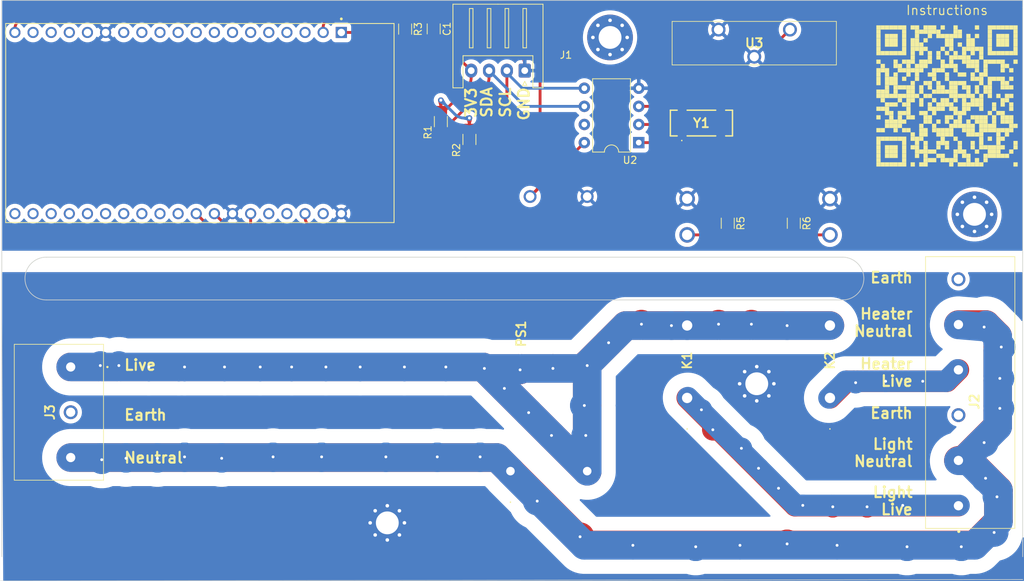
<source format=kicad_pcb>
(kicad_pcb (version 20240108) (generator "pcbnew") (generator_version "8.0")
  (layers (0 "F.Cu" signal) (31 "B.Cu" signal) (34 "B.Paste" user) (35 "F.Paste" user) (36 "B.SilkS" user "B.Silkscreen") (37 "F.SilkS" user "F.Silkscreen") (38 "B.Mask" user) (39 "F.Mask" user) (44 "Edge.Cuts" user))
  (net 0 "")
  (net 1 "LIGHT_AC_P")
  (net 2 "AC_P_IN")
  (net 3 "LIGHT_EN")
  (net 4 "GND")
  (net 5 "HEAT_AC_P")
  (net 6 "HEAT_EN")
  (net 7 "AC_N_IN")
  (net 8 "+5V")
  (net 37 "Net-(J2-Pin_3)")
  (net 38 "SCL")
  (net 39 "LIGHT_LED_P")
  (net 40 "HEAT_LED_P")
  (net 41 "+3.3V")
  (net 42 "SDA")
  (net 43 "Net-(U1-EN)")
  (net 44 "Net-(J2-Pin_6)")
  (net 45 "Net-(J3-Pin_2)")
  (net 46 "Earth")
  (net 47 "Net-(U2-VBAT)")
  (net 48 "Net-(U2-X1)")
  (net 49 "Net-(U2-X2)")
  (footprint "Resistor_SMD:R_1206_3216Metric_Pad1.30x1.75mm_HandSolder" (layer "F.Cu") (at 142.5 83 90)
    (property "Reference" "R1")
    (property "Value" "2.4k")
  )
  (footprint "Resistor_SMD:R_1206_3216Metric_Pad1.30x1.75mm_HandSolder" (layer "F.Cu") (at 146.5 85.5 90)
    (property "Reference" "R2")
    (property "Value" "2.4k")
  )
  (footprint "ESP32-DEVKITC-32D:MODULE_ESP32-DEVKITC-32D" (layer "F.Cu") (at 108.8 83.2 -90)
    (property "Reference" "U1" (hide yes))
    (property "Value" "ESP32-DEVKITC-32D")
  )
  (footprint "Resistor_SMD:R_1206_3216Metric_Pad1.30x1.75mm_HandSolder" (layer "F.Cu") (at 137.5 70.03 -90)
    (property "Reference" "R3")
    (property "Value" "10k")
  )
  (footprint "Resistor_SMD:R_1206_3216Metric_Pad1.30x1.75mm_HandSolder" (layer "F.Cu") (at 191.9385 97.25 -90)
    (property "Reference" "R6")
    (property "Value" "422")
  )
  (footprint "MountingHole:MountingHole_3.2mm_M3_Pad_Via" (layer "F.Cu") (at 186.75 119.75)
    (property "Reference" "MH4" (hide yes))
    (property "Value" "MountingHole_Pad" (hide yes))
  )
  (footprint "MountingHole:MountingHole_3.2mm_M3_Pad_Via" (layer "F.Cu") (at 217.25 96)
    (property "Reference" "MH2" (hide yes))
    (property "Value" "MountingHole_3.2mm_M3_Pad_Via" (hide yes))
  )
  (footprint "MountingHole:MountingHole_3.2mm_M3_Pad_Via" (layer "F.Cu") (at 166.2 71.2)
    (property "Reference" "MH1" (hide yes))
    (property "Value" "MountingHole_3.2mm_M3_Pad_Via" (hide yes))
  )
  (footprint "Phoenix 1713969:1713969" (layer "F.Cu") (at 215 136.85 90)
    (property "Reference" "J2")
    (property "Value" "Screw_Terminal_01x06" (hide yes))
  )
  (footprint "Package_DIP:DIP-8_W7.62mm" (layer "F.Cu") (at 170.22 85.94 180)
    (property "Reference" "U2")
    (property "Value" "DS1307+")
  )
  (footprint "RAC10E-05SK_277:RAC10E05SK277" (layer "F.Cu") (at 152.25 132 90)
    (property "Reference" "PS1")
    (property "Value" "RAC10E-05SK_277" (hide yes))
  )
  (footprint "Resistor_SMD:R_1206_3216Metric_Pad1.30x1.75mm_HandSolder" (layer "F.Cu") (at 182.6885 97.25 -90)
    (property "Reference" "R5")
    (property "Value" "422")
  )
  (footprint "830003000:830003000" (layer "F.Cu") (at 179 83.2)
    (property "Reference" "Y1")
    (property "Value" "830003000" (hide yes))
  )
  (footprint "MountingHole:MountingHole_3.2mm_M3_Pad_Via" (layer "F.Cu") (at 135 139.25)
    (property "Reference" "MH3" (hide yes))
    (property "Value" "MountingHole_Pad" (hide yes))
  )
  (footprint "Connector_JST:JST_XH_S4B-XH-A_1x04_P2.50mm_Horizontal" (layer "F.Cu") (at 154.25 75.85 180)
    (property "Reference" "J1")
    (property "Value" "S4B-XH-A(LF)(SN)")
  )
  (footprint "CPC40055ST:CPC40055ST" (layer "F.Cu") (at 177 121.74 90)
    (property "Reference" "K1")
    (property "Value" "CPC40055ST" (hide yes))
  )
  (footprint "QR:rickroll" (layer "F.Cu") (at 213.4 79.4)
    (property "Reference" "QR*****" (hide yes))
    (property "Value" "Instructions")
  )
  (footprint "Capacitor_SMD:C_1206_3216Metric_Pad1.33x1.80mm_HandSolder" (layer "F.Cu") (at 141.5 70 -90)
    (property "Reference" "C1")
    (property "Value" "1u")
  )
  (footprint "Phoenix 1714968:1714968" (layer "F.Cu") (at 90.65 117.395 -90)
    (property "Reference" "J3")
    (property "Value" "Screw_Terminal_01x03" (hide yes))
  )
  (footprint "Keystone 1074:1074" (layer "F.Cu") (at 181.4 70.1)
    (property "Reference" "U3")
    (property "Value" "1074" (hide yes))
  )
  (footprint "CPC40055ST:CPC40055ST" (layer "F.Cu") (at 197 121.74 90)
    (property "Reference" "K2")
    (property "Value" "CPC40055ST" (hide yes))
  )
  (gr_line (start 81 66) (end 224 66) (stroke (width 0.1)) (layer "Edge.Cuts"))
  (gr_arc (start 198.75 102) (mid 201.75 105) (end 198.75 108) (stroke (width 0.1)) (layer "Edge.Cuts"))
  (gr_line (start 146 108) (end 198.75 108) (stroke (width 0.1)) (layer "Edge.Cuts"))
  (gr_line (start 80.8 147.4) (end 224 147.2) (stroke (width 0.1)) (layer "Edge.Cuts"))
  (gr_line (start 198.75 102) (end 146 102) (stroke (width 0.1)) (layer "Edge.Cuts"))
  (gr_line (start 146 102) (end 87.25 102) (stroke (width 0.1)) (layer "Edge.Cuts"))
  (gr_line (start 87.25 108) (end 146 108) (stroke (width 0.1)) (layer "Edge.Cuts"))
  (gr_line (start 81 66) (end 81 144) (stroke (width 0.1)) (layer "Edge.Cuts"))
  (gr_line (start 224 144) (end 224 67) (stroke (width 0.1)) (layer "Edge.Cuts"))
  (gr_line (start 224 66) (end 224 67) (stroke (width 0.1)) (layer "Edge.Cuts"))
  (gr_arc (start 87.25 108) (mid 84.25 105) (end 87.25 102) (stroke (width 0.1)) (layer "Edge.Cuts"))
  (gr_text "Copyright © 2018-2024 Jacob McSwain" (at 83 142 0) (layer "F.Cu") (effects (font (size 1.5 1.5) (thickness 0.3) (bold yes)) (justify left bottom)))
  (gr_text "SnekSafe v1.2" (at 83 139 0) (layer "F.Cu") (effects (font (size 1.5 1.5) (thickness 0.3) (bold yes)) (justify left bottom)))
  (gr_text "Light\nNeutral" (at 208.75 131.5 0) (layer "F.SilkS") (effects (font (size 1.5 1.5) (thickness 0.3) (bold yes)) (justify right bottom)))
  (gr_text "Heater\nLive" (at 208.75 120.25 0) (layer "F.SilkS") (effects (font (size 1.5 1.5) (thickness 0.3) (bold yes)) (justify right bottom)))
  (gr_text "Heater\nNeutral" (at 208.75 113.25 0) (layer "F.SilkS") (effects (font (size 1.5 1.5) (thickness 0.3) (bold yes)) (justify right bottom)))
  (gr_text "Earth" (at 208.75 105.75 0) (layer "F.SilkS") (effects (font (size 1.5 1.5) (thickness 0.3) (bold yes)) (justify right bottom)))
  (gr_text "3V3" (at 147.6 82.6 90) (layer "F.SilkS") (effects (font (size 1.5 1.5) (thickness 0.3) (bold yes)) (justify left bottom)))
  (gr_text "Live" (at 98 118 0) (layer "F.SilkS") (effects (font (size 1.5 1.5) (thickness 0.3) (bold yes)) (justify left bottom)))
  (gr_text "Neutral" (at 98 131 0) (layer "F.SilkS") (effects (font (size 1.5 1.5) (thickness 0.3) (bold yes)) (justify left bottom)))
  (gr_text "Light\nLive" (at 208.75 138.25 0) (layer "F.SilkS") (effects (font (size 1.5 1.5) (thickness 0.3) (bold yes)) (justify right bottom)))
  (gr_text "Earth" (at 208.75 124.75 0) (layer "F.SilkS") (effects (font (size 1.5 1.5) (thickness 0.3) (bold yes)) (justify right bottom)))
  (gr_text "SCL" (at 152.4 82.6 90) (layer "F.SilkS") (effects (font (size 1.5 1.5) (thickness 0.3) (bold yes)) (justify left bottom)))
  (gr_text "Earth" (at 98 125 0) (layer "F.SilkS") (effects (font (size 1.5 1.5) (thickness 0.3) (bold yes)) (justify left bottom)))
  (gr_text "SDA" (at 149.8 82.6 90) (layer "F.SilkS") (effects (font (size 1.5 1.5) (thickness 0.3) (bold yes)) (justify left bottom)))
  (gr_text "GND" (at 155 83 90) (layer "F.SilkS") (effects (font (size 1.5 1.5) (thickness 0.3) (bold yes)) (justify left bottom)))
  (segment (start 202.05 136.85) (end 202.2 137) (width 3) (layer "F.Cu") (net 1))
  (segment (start 197.4 137) (end 197.55 136.85) (width 3) (layer "F.Cu") (net 1))
  (segment (start 177 121.74) (end 180.6 125.34) (width 3) (layer "F.Cu") (net 1))
  (segment (start 202.2 137) (end 202.35 136.85) (width 3) (layer "F.Cu") (net 1))
  (segment (start 197.55 136.85) (end 202.05 136.85) (width 3) (layer "F.Cu") (net 1))
  (segment (start 180.6 125.34) (end 180.6 126.2) (width 3) (layer "F.Cu") (net 1))
  (segment (start 192.11 136.85) (end 197.25 136.85) (width 3) (layer "F.Cu") (net 1))
  (segment (start 202.35 136.85) (end 215 136.85) (width 3) (layer "F.Cu") (net 1))
  (segment (start 180.6 126.2) (end 181.46 126.2) (width 3) (layer "F.Cu") (net 1))
  (segment (start 197.25 136.85) (end 197.4 137) (width 3) (layer "F.Cu") (net 1))
  (segment (start 181.46 126.2) (end 192.11 136.85) (width 3) (layer "F.Cu") (net 1))
  (via (at 207.2 136.8) (size 0.8) (drill 0.4) (layers "F.Cu" "B.Cu") (net 1))
  (via (at 193.2 136.8) (size 0.8) (drill 0.4) (layers "F.Cu" "B.Cu") (net 1))
  (via (at 202.2 137) (size 0.8) (drill 0.4) (layers "F.Cu" "B.Cu") (net 1))
  (via (at 180.6 126.2) (size 0.8) (drill 0.4) (layers "F.Cu" "B.Cu") (net 1))
  (via (at 189.8 134.4) (size 0.8) (drill 0.4) (layers "F.Cu" "B.Cu") (net 1))
  (via (at 184.6 128.8) (size 0.8) (drill 0.4) (layers "F.Cu" "B.Cu") (net 1))
  (via (at 187 131.6) (size 0.8) (drill 0.4) (layers "F.Cu" "B.Cu") (net 1))
  (via (at 179 123.4) (size 0.8) (drill 0.4) (layers "F.Cu" "B.Cu") (net 1))
  (via (at 197.4 137) (size 0.8) (drill 0.4) (layers "F.Cu" "B.Cu") (net 1))
  (segment (start 184.2 128.8) (end 184.6 128.8) (width 3) (layer "B.Cu") (net 1))
  (segment (start 184.6 129.2) (end 187 131.6) (width 3) (layer "B.Cu") (net 1))
  (segment (start 177.09 121.69) (end 178.8 123.4) (width 3) (layer "B.Cu") (net 1))
  (segment (start 179 123.4) (end 179 123.6) (width 3) (layer "B.Cu") (net 1))
  (segment (start 193.2 136.8) (end 207.2 136.8) (width 3) (layer "B.Cu") (net 1))
  (segment (start 187 131.6) (end 189.8 134.4) (width 3) (layer "B.Cu") (net 1))
  (segment (start 179 123.6) (end 184.2 128.8) (width 3) (layer "B.Cu") (net 1))
  (segment (start 189.8 134.4) (end 192.2 136.8) (width 3) (layer "B.Cu") (net 1))
  (segment (start 207.2 136.8) (end 215.09 136.8) (width 3) (layer "B.Cu") (net 1))
  (segment (start 178.8 123.4) (end 179 123.4) (width 3) (layer "B.Cu") (net 1))
  (segment (start 184.6 128.8) (end 184.6 129.2) (width 3) (layer "B.Cu") (net 1))
  (segment (start 192.2 136.8) (end 193.2 136.8) (width 3) (layer "B.Cu") (net 1))
  (segment (start 158.2 117.6) (end 162.4 117.6) (width 4) (layer "F.Cu") (net 2))
  (segment (start 163 132) (end 148.395 117.395) (width 4) (layer "F.Cu") (net 2))
  (segment (start 153.8 117.6) (end 158.2 117.6) (width 4) (layer "F.Cu") (net 2))
  (segment (start 162.4 117.6) (end 163 117) (width 4) (layer "F.Cu") (net 2))
  (segment (start 148.395 117.395) (end 90.65 117.395) (width 4) (layer "F.Cu") (net 2))
  (segment (start 181.4 111.4) (end 181.58 111.58) (width 4) (layer "F.Cu") (net 2))
  (segment (start 166 114) (end 168.42 111.58) (width 4) (layer "F.Cu") (net 2))
  (segment (start 148.6 117.6) (end 153.4 117.6) (width 4) (layer "F.Cu") (net 2))
  (segment (start 181.22 111.58) (end 181.4 111.4) (width 4) (layer "F.Cu") (net 2))
  (segment (start 153.4 117.6) (end 153.6 117.8) (width 4) (layer "F.Cu") (net 2))
  (segment (start 168.42 111.58) (end 170.42 111.58) (width 4) (layer "F.Cu") (net 2))
  (segment (start 163 117) (end 166 114) (width 4) (layer "F.Cu") (net 2))
  (segment (start 153.6 117.8) (end 153.8 117.6) (width 4) (layer "F.Cu") (net 2))
  (segment (start 170.42 111.58) (end 170.6 111.4) (width 4) (layer "F.Cu") (net 2))
  (segment (start 181.58 111.58) (end 185.82 111.58) (width 4) (layer "F.Cu") (net 2))
  (segment (start 186 111.4) (end 186.18 111.58) (width 4) (layer "F.Cu") (net 2))
  (segment (start 185.82 111.58) (end 186 111.4) (width 4) (layer "F.Cu") (net 2))
  (segment (start 170.6 111.4) (end 170.78 111.58) (width 4) (layer "F.Cu") (net 2))
  (segment (start 170.78 111.58) (end 177 111.58) (width 4) (layer "F.Cu") (net 2))
  (segment (start 186.18 111.58) (end 197 111.58) (width 4) (layer "F.Cu") (net 2))
  (segment (start 177 111.58) (end 181.22 111.58) (width 4) (layer "F.Cu") (net 2))
  (segment (start 163 132) (end 163 117) (width 4) (layer "F.Cu") (net 2))
  (via (at 94.8 117.2) (size 0.8) (drill 0.4) (layers "F.Cu" "B.Cu") (net 2))
  (via (at 148.6 117.6) (size 0.8) (drill 0.4) (layers "F.Cu" "B.Cu") (net 2))
  (via (at 126.4 117.4) (size 0.8) (drill 0.4) (layers "F.Cu" "B.Cu") (net 2))
  (via (at 170.6 111.4) (size 0.8) (drill 0.4) (layers "F.Cu" "B.Cu") (net 2))
  (via (at 131.2 117.4) (size 0.8) (drill 0.4) (layers "F.Cu" "B.Cu") (net 2))
  (via (at 137.4 117.4) (size 0.8) (drill 0.4) (layers "F.Cu" "B.Cu") (net 2))
  (via (at 154.8 123.8) (size 0.8) (drill 0.4) (layers "F.Cu" "B.Cu") (net 2))
  (via (at 106.6 117.4) (size 0.8) (drill 0.4) (layers "F.Cu" "B.Cu") (net 2))
  (via (at 158 127) (size 0.8) (drill 0.4) (layers "F.Cu" "B.Cu") (net 2))
  (via (at 158.2 117.6) (size 0.8) (drill 0.4) (layers "F.Cu" "B.Cu") (net 2))
  (via (at 97.4 117.2) (size 0.8) (drill 0.4) (layers "F.Cu" "B.Cu") (net 2))
  (via (at 153.6 117.8) (size 0.8) (drill 0.4) (layers "F.Cu" "B.Cu") (net 2))
  (via (at 143.2 117.4) (size 0.8) (drill 0.4) (layers "F.Cu" "B.Cu") (net 2))
  (via (at 151.4 120.4) (size 0.8) (drill 0.4) (layers "F.Cu" "B.Cu") (net 2))
  (via (at 121.6 117.4) (size 0.8) (drill 0.4) (layers "F.Cu" "B.Cu") (net 2))
  (via (at 162.8 127) (size 0.8) (drill 0.4) (layers "F.Cu" "B.Cu") (net 2))
  (via (at 186 111.4) (size 0.8) (drill 0.4) (layers "F.Cu" "B.Cu") (net 2))
  (via (at 166 114) (size 0.8) (drill 0.4) (layers "F.Cu" "B.Cu") (net 2))
  (via (at 101.6 117.4) (size 0.8) (drill 0.4) (layers "F.Cu" "B.Cu") (net 2))
  (via (at 117.2 117.4) (size 0.8) (drill 0.4) (layers "F.Cu" "B.Cu") (net 2))
  (via (at 112.2 117.4) (size 0.8) (drill 0.4) (layers "F.Cu" "B.Cu") (net 2))
  (via (at 162.6 122.8) (size 0.8) (drill 0.4) (layers "F.Cu" "B.Cu") (net 2))
  (via (at 163 117.2) (size 0.8) (drill 0.4) (layers "F.Cu" "B.Cu") (net 2))
  (via (at 191 111.6) (size 0.8) (drill 0.4) (layers "F.Cu" "B.Cu") (net 2))
  (via (at 174.8 111.6) (size 0.8) (drill 0.4) (layers "F.Cu" "B.Cu") (net 2))
  (via (at 181.4 111.4) (size 0.8) (drill 0.4) (layers "F.Cu" "B.Cu") (net 2))
  (segment (start 158 127) (end 154.8 123.8) (width 4) (layer "B.Cu") (net 2))
  (segment (start 163 132.02) (end 163 127.2) (width 4) (layer "B.Cu") (net 2))
  (segment (start 112.2 117.4) (end 112.195 117.395) (width 4) (layer "B.Cu") (net 2))
  (segment (start 101.605 117.395) (end 101.6 117.4) (width 4) (layer "B.Cu") (net 2))
  (segment (start 106.595 117.395) (end 105.805 117.395) (width 4) (layer "B.Cu") (net 2))
  (segment (start 126.395 117.395) (end 121.605 117.395) (width 4) (layer "B.Cu") (net 2))
  (segment (start 168.42 111.6) (end 174.8 111.6) (width 4) (layer "B.Cu") (net 2))
  (segment (start 154.8 123.8) (end 151.4 120.4) (width 4) (layer "B.Cu") (net 2))
  (segment (start 131.205 117.395) (end 131.2 117.4) (width 4) (layer "B.Cu") (net 2))
  (segment (start 137.405 117.395) (end 137.4 117.4) (width 4) (layer "B.Cu") (net 2))
  (segment (start 163 127.2) (end 162.8 127) (width 4) (layer "B.Cu") (net 2))
  (segment (start 97.205 117.395) (end 94.995 117.395) (width 4) (layer "B.Cu") (net 2))
  (segment (start 121.595 117.395) (end 117.205 117.395) (width 4) (layer "B.Cu") (net 2))
  (segment (start 112.205 117.395) (end 112.2 117.4) (width 4) (layer "B.Cu") (net 2))
  (segment (start 94.995 117.395) (end 94.8 117.2) (width 4) (layer "B.Cu") (net 2))
  (segment (start 148.6 117.6) (end 148.395 117.395) (width 4) (layer "B.Cu") (net 2))
  (segment (start 143.205 117.395) (end 143.2 117.4) (width 4) (layer "B.Cu") (net 2))
  (segment (start 131.195 117.395) (end 126.405 117.395) (width 4) (layer "B.Cu") (net 2))
  (segment (start 131.2 117.4) (end 131.195 117.395) (width 4) (layer "B.Cu") (net 2))
  (segment (start 126.4 117.4) (end 126.395 117.395) (width 4) (layer "B.Cu") (net 2))
  (segment (start 121.6 117.4) (end 121.595 117.395) (width 4) (layer "B.Cu") (net 2))
  (segment (start 105.8 117.4) (end 105.795 117.395) (width 4) (layer "B.Cu") (net 2))
  (segment (start 106.605 117.395) (end 106.6 117.4) (width 4) (layer "B.Cu") (net 2))
  (segment (start 105.795 117.395) (end 101.605 117.395) (width 4) (layer "B.Cu") (net 2))
  (segment (start 94.605 117.395) (end 90.65 117.395) (width 4) (layer "B.Cu") (net 2))
  (segment (start 162.8 127) (end 163 126.8) (width 4) (layer "B.Cu") (net 2))
  (segment (start 191 111.6) (end 197 111.6) (width 4) (layer "B.Cu") (net 2))
  (segment (start 163 132) (end 158 127) (width 4) (layer "B.Cu") (net 2))
  (segment (start 153.8 117.6) (end 158.2 117.6) (width 4) (layer "B.Cu") (net 2))
  (segment (start 151.4 120.4) (end 148.6 117.6) (width 4) (layer "B.Cu") (net 2))
  (segment (start 137.395 117.395) (end 131.205 117.395) (width 4) (layer "B.Cu") (net 2))
  (segment (start 117.2 117.4) (end 117.195 117.395) (width 4) (layer "B.Cu") (net 2))
  (segment (start 148.6 117.6) (end 153.4 117.6) (width 4) (layer "B.Cu") (net 2))
  (segment (start 162.6 122.8) (end 163 122.4) (width 4) (layer "B.Cu") (net 2))
  (segment (start 177 111.6) (end 191 111.6) (width 4) (layer "B.Cu") (net 2))
  (segment (start 163 123.2) (end 162.6 122.8) (width 4) (layer "B.Cu") (net 2))
  (segment (start 121.605 117.395) (end 121.6 117.4) (width 4) (layer "B.Cu") (net 2))
  (segment (start 126.405 117.395) (end 126.4 117.4) (width 4) (layer "B.Cu") (net 2))
  (segment (start 137.4 117.4) (end 137.395 117.395) (width 4) (layer "B.Cu") (net 2))
  (segment (start 148.395 117.395) (end 143.205 117.395) (width 4) (layer "B.Cu") (net 2))
  (segment (start 117.195 117.395) (end 112.205 117.395) (width 4) (layer "B.Cu") (net 2))
  (segment (start 97.4 117.2) (end 97.205 117.395) (width 4) (layer "B.Cu") (net 2))
  (segment (start 101.595 117.395) (end 97.595 117.395) (width 4) (layer "B.Cu") (net 2))
  (segment (start 143.2 117.4) (end 143.195 117.395) (width 4) (layer "B.Cu") (net 2))
  (segment (start 163 117.2) (end 163 117.02) (width 4) (layer "B.Cu") (net 2))
  (segment (start 163 122.4) (end 163 117.2) (width 4) (layer "B.Cu") (net 2))
  (segment (start 94.8 117.2) (end 94.605 117.395) (width 4) (layer "B.Cu") (net 2))
  (segment (start 106.6 117.4) (end 106.595 117.395) (width 4) (layer "B.Cu") (net 2))
  (segment (start 112.195 117.395) (end 106.605 117.395) (width 4) (layer "B.Cu") (net 2))
  (segment (start 153.6 117.8) (end 153.8 117.6) (width 4) (layer "B.Cu") (net 2))
  (segment (start 143.195 117.395) (end 137.405 117.395) (width 4) (layer "B.Cu") (net 2))
  (segment (start 97.595 117.395) (end 97.4 117.2) (width 4) (layer "B.Cu") (net 2))
  (segment (start 163 126.8) (end 163 123.2) (width 4) (layer "B.Cu") (net 2))
  (segment (start 163 117.02) (end 168.42 111.6) (width 4) (layer "B.Cu") (net 2))
  (segment (start 101.6 117.4) (end 101.595 117.395) (width 4) (layer "B.Cu") (net 2))
  (segment (start 158.2 117.6) (end 162.4 117.6) (width 4) (layer "B.Cu") (net 2))
  (segment (start 174.8 111.6) (end 177 111.6) (width 4) (layer "B.Cu") (net 2))
  (segment (start 117.205 117.395) (end 117.2 117.4) (width 4) (layer "B.Cu") (net 2))
  (segment (start 105.805 117.395) (end 105.8 117.4) (width 4) (layer "B.Cu") (net 2))
  (segment (start 113.053707 98.173707) (end 110.78 95.9) (width 0.4) (layer "F.Cu") (net 3))
  (segment (start 182.5385 95.85) (end 182.6885 95.7) (width 0.4) (layer "F.Cu") (net 3))
  (segment (start 174.253963 96) (end 182.176367 96) (width 0.4) (layer "F.Cu") (net 3))
  (segment (start 170.406206 97.593792) (end 169.826292 98.173707) (width 0.4) (layer "F.Cu") (net 3))
  (segment (start 116.901463 99.7675) (end 165.978536 99.7675) (width 0.4) (layer "F.Cu") (net 3))
  (arc (start 169.826292 98.173707) (mid 168.060926 99.353286) (end 165.978536 99.7675) (width 0.4) (layer "F.Cu") (net 3))
  (arc (start 182.5385 95.85) (mid 182.372352 95.961016) (end 182.176367 96) (width 0.4) (layer "F.Cu") (net 3))
  (arc (start 113.053707 98.173707) (mid 114.819072 99.353286) (end 116.901463 99.7675) (width 0.4) (layer "F.Cu") (net 3))
  (arc (start 174.253963 96) (mid 172.171572 96.414213) (end 170.406206 97.593792) (width 0.4) (layer "F.Cu") (net 3))
  (segment (start 149.66215 71.5625) (end 141.5 71.5625) (width 0.4) (layer "F.Cu") (net 4))
  (segment (start 154.25 75.05) (end 154.25 75.85) (width 0.4) (layer "F.Cu") (net 4))
  (segment (start 153.684314 73.684314) (end 152.90625 72.90625) (width 0.4) (layer "F.Cu") (net 4))
  (arc (start 153.684314 73.684314) (mid 154.102982 74.310896) (end 154.25 75.05) (width 0.4) (layer "F.Cu") (net 4))
  (arc (start 152.90625 72.90625) (mid 151.417844 71.911729) (end 149.66215 71.5625) (width 0.4) (layer "F.Cu") (net 4))
  (segment (start 199.34 119.4) (end 197 121.74) (width 3) (layer "F.Cu") (net 5))
  (segment (start 213.4 119.4) (end 199.34 119.4) (width 3) (layer "F.Cu") (net 5))
  (segment (start 215 117.8) (end 213.4 119.4) (width 3) (layer "F.Cu") (net 5))
  (via (at 204.8 119.4) (size 0.8) (drill 0.4) (layers "F.Cu" "B.Cu") (net 5))
  (via (at 210 119.4) (size 0.8) (drill 0.4) (layers "F.Cu" "B.Cu") (net 5))
  (via (at 200.6 119.6) (size 0.8) (drill 0.4) (layers "F.Cu" "B.Cu") (net 5))
  (segment (start 199.2 119.4) (end 196.86 121.74) (width 3) (layer "B.Cu") (net 5))
  (segment (start 200.6 119.6) (end 200.4 119.4) (width 3) (layer "B.Cu") (net 5))
  (segment (start 204.8 119.4) (end 200.8 119.4) (width 3) (layer "B.Cu") (net 5))
  (segment (start 210 119.4) (end 204.8 119.4) (width 3) (layer "B.Cu") (net 5))
  (segment (start 200.8 119.4) (end 200.6 119.6) (width 3) (layer "B.Cu") (net 5))
  (segment (start 200.4 119.4) (end 199.2 119.4) (width 3) (layer "B.Cu") (net 5))
  (segment (start 214.86 117.8) (end 213.26 119.4) (width 3) (layer "B.Cu") (net 5))
  (segment (start 213.26 119.4) (end 210 119.4) (width 3) (layer "B.Cu") (net 5))
  (segment (start 111.513707 99.173707) (end 108.24 95.9) (width 0.4) (layer "F.Cu") (net 6))
  (segment (start 188.464792 99.173707) (end 191.9385 95.7) (width 0.4) (layer "F.Cu") (net 6))
  (segment (start 115.361463 100.7675) (end 184.617036 100.7675) (width 0.4) (layer "F.Cu") (net 6))
  (arc (start 188.464792 99.173707) (mid 186.699426 100.353286) (end 184.617036 100.7675) (width 0.4) (layer "F.Cu") (net 6))
  (arc (start 111.513707 99.173707) (mid 113.279072 100.353286) (end 115.361463 100.7675) (width 0.4) (layer "F.Cu") (net 6))
  (segment (start 215.685713 130.5) (end 215 130.5) (width 4) (layer "F.Cu") (net 7))
  (segment (start 162 141.2) (end 162 141.75) (width 4) (layer "F.Cu") (net 7))
  (segment (start 220.6 134.671825) (end 220.6 139.028174) (width 4) (layer "F.Cu") (net 7))
  (segment (start 215 130.5) (end 216.428175 130.5) (width 4) (layer "F.Cu") (net 7))
  (segment (start 161.45 141.2) (end 162 141.2) (width 4) (layer "F.Cu") (net 7))
  (segment (start 162.6 142.35) (end 190.85 142.35) (width 4) (layer "F.Cu") (net 7))
  (segment (start 220.5 113.1) (end 220.5 125.685713) (width 4) (layer "F.Cu") (net 7))
  (segment (start 162 141.75) (end 162.6 142.35) (width 4) (layer "F.Cu") (net 7))
  (segment (start 216.428175 130.5) (end 220.6 134.671825) (width 4) (layer "F.Cu") (net 7))
  (segment (start 90.65 130.095) (end 150.345 130.095) (width 4) (layer "F.Cu") (net 7))
  (segment (start 191 142.2) (end 191.15 142.35) (width 4) (layer "F.Cu") (net 7))
  (segment (start 217.278174 142.35) (end 220.6 139.028174) (width 4) (layer "F.Cu") (net 7))
  (segment (start 152.25 132) (end 161.45 141.2) (width 4) (layer "F.Cu") (net 7))
  (segment (start 215 111.45) (end 218.85 111.45) (width 4) (layer "F.Cu") (net 7))
  (segment (start 150.345 130.095) (end 152.25 132) (width 4) (layer "F.Cu") (net 7))
  (segment (start 220.5 125.685713) (end 215.685713 130.5) (width 4) (layer "F.Cu") (net 7))
  (segment (start 191.15 142.35) (end 217.278174 142.35) (width 4) (layer "F.Cu") (net 7))
  (segment (start 218.85 111.45) (end 220.5 113.1) (width 4) (layer "F.Cu") (net 7))
  (segment (start 190.85 142.35) (end 191 142.2) (width 4) (layer "F.Cu") (net 7))
  (via (at 218.8 133) (size 0.8) (drill 0.4) (layers "F.Cu" "B.Cu") (net 7))
  (via (at 142 130) (size 0.8) (drill 0.4) (layers "F.Cu" "B.Cu") (net 7))
  (via (at 191 142.2) (size 0.8) (drill 0.4) (layers "F.Cu" "B.Cu") (net 7))
  (via (at 220.8 119) (size 0.8) (drill 0.4) (layers "F.Cu" "B.Cu") (net 7))
  (via (at 198 142.4) (size 0.8) (drill 0.4) (layers "F.Cu" "B.Cu") (net 7))
  (via (at 218.6 128) (size 0.8) (drill 0.4) (layers "F.Cu" "B.Cu") (net 7))
  (via (at 148 130) (size 0.8) (drill 0.4) (layers "F.Cu" "B.Cu") (net 7))
  (via (at 106.6 130) (size 0.8) (drill 0.4) (layers "F.Cu" "B.Cu") (net 7))
  (via (at 102.8 130.2) (size 0.8) (drill 0.4) (layers "F.Cu" "B.Cu") (net 7))
  (via (at 220.4 135.6) (size 0.8) (drill 0.4) (layers "F.Cu" "B.Cu") (net 7))
  (via (at 125.8 130) (size 0.8) (drill 0.4) (layers "F.Cu" "B.Cu") (net 7))
  (via (at 218.6 111.8) (size 0.8) (drill 0.4) (layers "F.Cu" "B.Cu") (net 7))
  (via (at 220 140.6) (size 0.8) (drill 0.4) (layers "F.Cu" "B.Cu") (net 7))
  (via (at 134.8 130) (size 0.8) (drill 0.4) (layers "F.Cu" "B.Cu") (net 7))
  (via (at 119 130) (size 0.8) (drill 0.4) (layers "F.Cu" "B.Cu") (net 7))
  (via (at 98.4 130.2) (size 0.8) (drill 0.4) (layers "F.Cu" "B.Cu") (net 7))
  (via (at 178.2 142.6) (size 0.8) (drill 0.4) (layers "F.Cu" "B.Cu") (net 7))
  (via (at 95 130.4) (size 0.8) (drill 0.4) (layers "F.Cu" "B.Cu") (net 7))
  (via (at 207.8 142.6) (size 0.8) (drill 0.4) (layers "F.Cu" "B.Cu") (net 7))
  (via (at 220.8 123.2) (size 0.8) (drill 0.4) (layers "F.Cu" "B.Cu") (net 7))
  (via (at 215.4 142.6) (size 0.8) (drill 0.4) (layers "F.Cu" "B.Cu") (net 7))
  (via (at 184.4 142.4) (size 0.8) (drill 0.4) (layers "F.Cu" "B.Cu") (net 7))
  (via (at 221 114.6) (size 0.8) (drill 0.4) (layers "F.Cu" "B.Cu") (net 7))
  (via (at 156 136.2) (size 0.8) (drill 0.4) (layers "F.Cu" "B.Cu") (net 7))
  (via (at 169.4 142.4) (size 0.8) (drill 0.4) (layers "F.Cu" "B.Cu") (net 7))
  (via (at 162 141.2) (size 0.8) (drill 0.4) (layers "F.Cu" "B.Cu") (net 7))
  (via (at 111.8 130.2) (size 0.8) (drill 0.4) (layers "F.Cu" "B.Cu") (net 7))
  (segment (start 141.905 130.095) (end 142 130) (width 4) (layer "B.Cu") (net 7))
  (segment (start 125.705 130.095) (end 125.8 130) (width 4) (layer "B.Cu") (net 7))
  (segment (start 118.905 130.095) (end 119 130) (width 4) (layer "B.Cu") (net 7))
  (segment (start 98.295 130.095) (end 98.4 130.2) (width 4) (layer "B.Cu") (net 7))
  (segment (start 142 130) (end 142.095 130.095) (width 4) (layer "B.Cu") (net 7))
  (segment (start 220.6 135.4) (end 220.4 135.6) (width 4) (layer "B.Cu") (net 7))
  (segment (start 152.25 132.05) (end 156 135.8) (width 4) (layer "B.Cu") (net 7))
  (segment (start 95.305 130.095) (end 98.295 130.095) (width 4) (layer "B.Cu") (net 7))
  (segment (start 220.5 123.5) (end 220.5 125.735713) (width 4) (layer "B.Cu") (net 7))
  (segment (start 150.345 130.095) (end 152.25 132) (width 4) (layer "B.Cu") (net 7))
  (segment (start 208 142.4) (end 215.2 142.4) (width 4) (layer "B.Cu") (net 7))
  (segment (start 111.8 130.2) (end 111.905 130.095) (width 4) (layer "B.Cu") (net 7))
  (segment (start 95 130.4) (end 95.305 130.095) (width 4) (layer "B.Cu") (net 7))
  (segment (start 218.235713 128) (end 215.685713 130.55) (width 4) (layer "B.Cu") (net 7))
  (segment (start 219.078174 140.6) (end 220 140.6) (width 4) (layer "B.Cu") (net 7))
  (segment (start 178 142.4) (end 178.2 142.6) (width 4) (layer "B.Cu") (net 7))
  (segment (start 90.65 130.095) (end 94.695 130.095) (width 4) (layer "B.Cu") (net 7))
  (segment (start 156 136.2) (end 156.4 136.2) (width 4) (layer "B.Cu") (net 7))
  (segment (start 221 114.6) (end 220.5 115.1) (width 4) (layer "B.Cu") (net 7))
  (segment (start 220.6 134.721825) (end 220.6 135.4) (width 4) (layer "B.Cu") (net 7))
  (segment (start 215.2 142.4) (end 215.4 142.6) (width 4) (layer "B.Cu") (net 7))
  (segment (start 102.905 130.095) (end 106.505 130.095) (width 4) (layer "B.Cu") (net 7))
  (segment (start 134.895 130.095) (end 141.905 130.095) (width 4) (layer "B.Cu") (net 7))
  (segment (start 169.4 142.4) (end 178 142.4) (width 4) (layer "B.Cu") (net 7))
  (segment (start 216.428175 130.55) (end 218.8 132.921825) (width 4) (layer "B.Cu") (net 7))
  (segment (start 220.6 135.8) (end 220.6 139.078174) (width 4) (layer "B.Cu") (net 7))
  (segment (start 218.6 127.635713) (end 218.6 128) (width 4) (layer "B.Cu") (net 7))
  (segment (start 220.5 118.7) (end 220.8 119) (width 4) (layer "B.Cu") (net 7))
  (segment (start 147.905 130.095) (end 148 130) (width 4) (layer "B.Cu") (net 7))
  (segment (start 134.8 130) (end 134.895 130.095) (width 4) (layer "B.Cu") (net 7))
  (segment (start 111.695 130.095) (end 111.8 130.2) (width 4) (layer "B.Cu") (net 7))
  (segment (start 156 135.8) (end 156 136.2) (width 4) (layer "B.Cu") (net 7))
  (segment (start 215.6 142.4) (end 217.278174 142.4) (width 4) (layer "B.Cu") (net 7))
  (segment (start 98.505 130.095) (end 102.695 130.095) (width 4) (layer "B.Cu") (net 7))
  (segment (start 218.8 132.921825) (end 218.8 133) (width 4) (layer "B.Cu") (net 7))
  (segment (start 220 139.678174) (end 220.6 139.078174) (width 4) (layer "B.Cu") (net 7))
  (segment (start 102.8 130.2) (end 102.905 130.095) (width 4) (layer "B.Cu") (net 7))
  (segment (start 142.095 130.095) (end 147.905 130.095) (width 4) (layer "B.Cu") (net 7))
  (segment (start 125.895 130.095) (end 134.705 130.095) (width 4) (layer "B.Cu") (net 7))
  (segment (start 220.5 119.3) (end 220.5 122.9) (width 4) (layer "B.Cu") (net 7))
  (segment (start 178.2 142.6) (end 178.4 142.4) (width 4) (layer "B.Cu") (net 7))
  (segment (start 106.505 130.095) (end 106.6 130) (width 4) (layer "B.Cu") (net 7))
  (segment (start 220.8 119) (end 220.5 119.3) (width 4) (layer "B.Cu") (net 7))
  (segment (start 218.878175 133) (end 220.6 134.721825) (width 4) (layer "B.Cu") (net 7))
  (segment (start 215.685713 130.55) (end 215 130.55) (width 4) (layer "B.Cu") (net 7))
  (segment (start 207.6 142.4) (end 207.8 142.6) (width 4) (layer "B.Cu") (net 7))
  (segment (start 218.85 111.5) (end 220.5 113.15) (width 4) (layer "B.Cu") (net 7))
  (segment (start 119 130) (end 119.095 130.095) (width 4) (layer "B.Cu") (net 7))
  (segment (start 184.4 142.4) (end 198 142.4) (width 4) (layer "B.Cu") (net 7))
  (segment (start 220.4 135.6) (end 220.6 135.8) (width 4) (layer "B.Cu") (net 7))
  (segment (start 125.8 130) (end 125.895 130.095) (width 4) (layer "B.Cu") (net 7))
  (segment (start 111.905 130.095) (end 118.905 130.095) (width 4) (layer "B.Cu") (net 7))
  (segment (start 220.5 115.1) (end 220.5 118.7) (width 4) (layer "B.Cu") (net 7))
  (segment (start 119.095 130.095) (end 125.705 130.095) (width 4) (layer "B.Cu") (net 7))
  (segment (start 178.4 142.4) (end 184.4 142.4) (width 4) (layer "B.Cu") (net 7))
  (segment (start 98.4 130.2) (end 98.505 130.095) (width 4) (layer "B.Cu") (net 7))
  (segment (start 215.4 142.6) (end 215.6 142.4) (width 4) (layer "B.Cu") (net 7))
  (segment (start 218.8 133) (end 218.878175 133) (width 4) (layer "B.Cu") (net 7))
  (segment (start 220.5 125.735713) (end 218.6 127.635713) (width 4) (layer "B.Cu") (net 7))
  (segment (start 198 142.4) (end 207.6 142.4) (width 4) (layer "B.Cu") (net 7))
  (segment (start 217.278174 142.4) (end 219.078174 140.6) (width 4) (layer "B.Cu") (net 7))
  (segment (start 220.5 113.15) (end 220.5 114.1) (width 4) (layer "B.Cu") (net 7))
  (segment (start 102.695 130.095) (end 102.8 130.2) (width 4) (layer "B.Cu") (net 7))
  (segment (start 218.6 128) (end 218.235713 128) (width 4) (layer "B.Cu") (net 7))
  (segment (start 156.4 136.2) (end 162.6 142.4) (width 4) (layer "B.Cu") (net 7))
  (segment (start 220.5 122.9) (end 220.8 123.2) (width 4) (layer "B.Cu") (net 7))
  (segment (start 106.6 130) (end 106.695 130.095) (width 4) (layer "B.Cu") (net 7))
  (segment (start 94.695 130.095) (end 95 130.4) (width 4) (layer "B.Cu") (net 7))
  (segment (start 220.5 114.1) (end 221 114.6) (width 4) (layer "B.Cu") (net 7))
  (segment (start 148 130) (end 148.095 130.095) (width 4) (layer "B.Cu") (net 7))
  (segment (start 207.8 142.6) (end 208 142.4) (width 4) (layer "B.Cu") (net 7))
  (segment (start 134.705 130.095) (end 134.8 130) (width 4) (layer "B.Cu") (net 7))
  (segment (start 215 111.5) (end 218.6 111.8) (width 4) (layer "B.Cu") (net 7))
  (segment (start 220.8 123.2) (end 220.5 123.5) (width 4) (layer "B.Cu") (net 7))
  (segment (start 220 140.6) (end 220 139.678174) (width 4) (layer "B.Cu") (net 7))
  (segment (start 218.6 111.8) (end 218.85 111.5) (width 4) (layer "B.Cu") (net 7))
  (segment (start 162.6 142.4) (end 169.4 142.4) (width 4) (layer "B.Cu") (net 7))
  (segment (start 148.095 130.095) (end 150.345 130.095) (width 4) (layer "B.Cu") (net 7))
  (segment (start 106.695 130.095) (end 111.695 130.095) (width 4) (layer "B.Cu") (net 7))
  (segment (start 156.4 74.453963) (end 156.4 91.11005) (width 0.4) (layer "F.Cu") (net 8))
  (segment (start 155 93.5) (end 155.7 92.8) (width 0.4) (layer "F.Cu") (net 8))
  (segment (start 82.84 69.955) (end 82.84 70.5) (width 0.4) (layer "F.Cu") (net 8))
  (segment (start 155.7 92.8) (end 155.74 92.8) (width 0.4) (layer "F.Cu") (net 8))
  (segment (start 87.380904 66.75) (end 148.696036 66.75) (width 0.4) (layer "F.Cu") (net 8))
  (segment (start 154.806207 70.606207) (end 152.543792 68.343792) (width 0.4) (layer "F.Cu") (net 8))
  (segment (start 155.74 92.8) (end 162.6 85.94) (width 0.4) (layer "F.Cu") (net 8))
  (segment (start 84.169999 68.079999) (end 83.225373 69.024626) (width 0.4) (layer "F.Cu") (net 8))
  (arc (start 152.543792 68.343792) (mid 150.778426 67.164213) (end 148.696036 66.75) (width 0.4) (layer "F.Cu") (net 8))
  (arc (start 83.225373 69.024626) (mid 82.940155 69.451485) (end 82.84 69.955) (width 0.4) (layer "F.Cu") (net 8))
  (arc (start 87.380904 66.75) (mid 85.643175 67.095655) (end 84.169999 68.079999) (width 0.4) (layer "F.Cu") (net 8))
  (arc (start 154.806207 70.606207) (mid 155.985786 72.371572) (end 156.4 74.453963) (width 0.4) (layer "F.Cu") (net 8))
  (arc (start 156.4 91.11005) (mid 156.218075 92.024644) (end 155.7 92.8) (width 0.4) (layer "F.Cu") (net 8))
  (segment (start 123.48 96.44) (end 123.48 95.9) (width 0.4) (layer "F.Cu") (net 38))
  (segment (start 140.326292 96.173706) (end 140.906207 95.593792) (width 0.4) (layer "F.Cu") (net 38))
  (segment (start 136.478536 97.7675) (end 124.824346 97.7675) (width 0.4) (layer "F.Cu") (net 38))
  (segment (start 123.87375 97.37375) (end 123.861837 97.361837) (width 0.4) (layer "F.Cu") (net 38))
  (segment (start 142.5 84.55) (end 142.5 91.746036) (width 0.4) (layer "F.Cu") (net 38))
  (segment (start 149.25 76.825) (end 149.25 75.85) (width 0.4) (layer "F.Cu") (net 38))
  (segment (start 142.5 84.55) (end 148.56057 78.489429) (width 0.4) (layer "F.Cu") (net 38))
  (arc (start 140.326292 96.173706) (mid 138.560926 97.353286) (end 136.478536 97.7675) (width 0.4) (layer "F.Cu") (net 38))
  (arc (start 123.87375 97.37375) (mid 124.309887 97.665167) (end 124.824346 97.7675) (width 0.4) (layer "F.Cu") (net 38))
  (arc (start 142.5 91.746036) (mid 142.085786 93.828426) (end 140.906207 95.593792) (width 0.4) (layer "F.Cu") (net 38))
  (arc (start 123.48 96.44) (mid 123.579236 96.938894) (end 123.861837 97.361837) (width 0.4) (layer "F.Cu") (net 38))
  (arc (start 149.25 76.825) (mid 149.070822 77.725782) (end 148.56057 78.489429) (width 0.4) (layer "F.Cu") (net 38))
  (segment (start 162.6 80.86) (end 154.26 80.86) (width 0.4) (layer "B.Cu") (net 38))
  (segment (start 154.26 80.86) (end 149.25 75.85) (width 0.4) (layer "B.Cu") (net 38))
  (segment (start 182.551931 98.88) (end 177 98.88) (width 0.4) (layer "F.Cu") (net 39))
  (segment (start 182.6485 98.84) (end 182.6885 98.8) (width 0.4) (layer "F.Cu") (net 39))
  (arc (start 182.6485 98.84) (mid 182.604193 98.869604) (end 182.551931 98.88) (width 0.4) (layer "F.Cu") (net 39))
  (segment (start 191.9785 98.84) (end 191.9385 98.8) (width 0.4) (layer "F.Cu") (net 40))
  (segment (start 192.075068 98.88) (end 197 98.88) (width 0.4) (layer "F.Cu") (net 40))
  (arc (start 191.9785 98.84) (mid 192.022805 98.869604) (end 192.075068 98.88) (width 0.4) (layer "F.Cu") (net 40))
  (segment (start 146.5 82.5) (end 146.5 83.95) (width 0.4) (layer "F.Cu") (net 41))
  (segment (start 141.878858 73.5) (end 142.738299 73.5) (width 0.4) (layer "F.Cu") (net 41))
  (segment (start 139.525 72.525) (end 138.921231 71.921231) (width 0.4) (layer "F.Cu") (net 41))
  (segment (start 142.5 81.175) (end 142.5 80) (width 0.4) (layer "F.Cu") (net 41))
  (segment (start 138.025 71.55) (end 137.5 71.55) (width 0.4) (layer "F.Cu") (net 41))
  (segment (start 143.244454 81.255545) (end 146.078248 78.421751) (width 0.4) (layer "F.Cu") (net 41))
  (segment (start 145.575 74.675) (end 146.078248 75.178248) (width 0.4) (layer "F.Cu") (net 41))
  (segment (start 135.707537 70.5) (end 128.56 70.5) (width 0.4) (layer "F.Cu") (net 41))
  (segment (start 136.975 71.025) (end 137.5 71.55) (width 0.4) (layer "F.Cu") (net 41))
  (via (at 142.5 80) (size 0.8) (drill 0.4) (layers "F.Cu" "B.Cu") (net 41))
  (via (at 146.5 82.5) (size 0.8) (drill 0.4) (layers "F.Cu" "B.Cu") (net 41))
  (arc (start 136.975 71.025) (mid 136.393483 70.636443) (end 135.707537 70.5) (width 0.4) (layer "F.Cu") (net 41))
  (arc (start 142.5 81.175) (mid 142.580545 81.369454) (end 142.775 81.45) (width 0.4) (layer "F.Cu") (net 41))
  (arc (start 139.525 72.525) (mid 140.604959 73.246605) (end 141.878858 73.5) (width 0.4) (layer "F.Cu") (net 41))
  (arc (start 146.078248 75.178248) (mid 146.575417 75.922314) (end 146.75 76.8) (width 0.4) (layer "F.Cu") (net 41))
  (arc (start 138.921231 71.921231) (mid 138.510036 71.646479) (end 138.025 71.55) (width 0.4) (layer "F.Cu") (net 41))
  (arc (start 145.575 74.675) (mid 144.27351 73.805372) (end 142.738299 73.5) (width 0.4) (layer "F.Cu") (net 41))
  (arc (start 146.75 76.8) (mid 146.575417 77.677685) (end 146.078248 78.421751) (width 0.4) (layer "F.Cu") (net 41))
  (arc (start 143.244454 81.255545) (mid 143.029066 81.399462) (end 142.775 81.45) (width 0.4) (layer "F.Cu") (net 41))
  (segment (start 146.5 82.5) (end 145.75 82.5) (width 0.4) (layer "B.Cu") (net 41))
  (segment (start 142.5 80) (end 144.469669 81.969669) (width 0.4) (layer "B.Cu") (net 41))
  (arc (start 144.469669 81.969669) (mid 145.05709 82.362171) (end 145.75 82.5) (width 0.4) (layer "B.Cu") (net 41))
  (segment (start 144.906207 94.593792) (end 142.326292 97.173707) (width 0.4) (layer "F.Cu") (net 42))
  (segment (start 146.5 87.05) (end 146.5 90.746036) (width 0.4) (layer "F.Cu") (net 42))
  (segment (start 138.478536 98.7675) (end 117.409199 98.7675) (width 0.4) (layer "F.Cu") (net 42))
  (segment (start 146.5 87.05) (end 150.156207 83.393792) (width 0.4) (layer "F.Cu") (net 42))
  (segment (start 151.75 79.546036) (end 151.75 75.85) (width 0.4) (layer "F.Cu") (net 42))
  (segment (start 115.86 97.2183) (end 115.86 95.9) (width 0.4) (layer "F.Cu") (net 42))
  (arc (start 146.5 90.746036) (mid 146.085786 92.828426) (end 144.906207 94.593792) (width 0.4) (layer "F.Cu") (net 42))
  (arc (start 151.75 79.546036) (mid 151.335786 81.628426) (end 150.156207 83.393792) (width 0.4) (layer "F.Cu") (net 42))
  (arc (start 142.326292 97.173707) (mid 140.560926 98.353286) (end 138.478536 98.7675) (width 0.4) (layer "F.Cu") (net 42))
  (arc (start 116.31375 98.31375) (mid 116.816346 98.649574) (end 117.409199 98.7675) (width 0.4) (layer "F.Cu") (net 42))
  (arc (start 115.86 97.2183) (mid 115.977925 97.811153) (end 116.31375 98.31375) (width 0.4) (layer "F.Cu") (net 42))
  (segment (start 153.903148 78.32) (end 151.75 76.166852) (width 0.4) (layer "B.Cu") (net 42))
  (segment (start 151.75 76.166852) (end 151.75 75.85) (width 0.4) (layer "B.Cu") (net 42))
  (segment (start 162.6 78.32) (end 153.903148 78.32) (width 0.4) (layer "B.Cu") (net 42))
  (segment (start 126.02 69.781543) (end 126.02 70.5) (width 0.4) (layer "F.Cu") (net 43))
  (segment (start 137.521338 68.4375) (end 141.5 68.4375) (width 0.4) (layer "F.Cu") (net 43))
  (segment (start 137.491161 68.45) (end 127.351543 68.45) (width 0.4) (layer "F.Cu") (net 43))
  (arc (start 137.50625 68.44375) (mid 137.499327 68.448375) (end 137.491161 68.45) (width 0.4) (layer "F.Cu") (net 43))
  (arc (start 127.351543 68.45) (mid 126.841983 68.551357) (end 126.41 68.84) (width 0.4) (layer "F.Cu") (net 43))
  (arc (start 137.521338 68.4375) (mid 137.513172 68.439124) (end 137.50625 68.44375) (width 0.4) (layer "F.Cu") (net 43))
  (arc (start 126.41 68.84) (mid 126.121357 69.271983) (end 126.02 69.781543) (width 0.4) (layer "F.Cu") (net 43))
  (segment (start 170.22 80.86) (end 173.94 80.86) (width 0.4) (layer "F.Cu") (net 47))
  (segment (start 183 71.8) (end 189.7 71.8) (width 0.4) (layer "F.Cu") (net 47))
  (segment (start 173.94 80.86) (end 183 71.8) (width 0.4) (layer "F.Cu") (net 47))
  (segment (start 189.7 71.8) (end 191.4 70.1) (width 0.4) (layer "F.Cu") (net 47))
  (segment (start 174.66 85.94) (end 176.25 84.35) (width 0.4) (layer "F.Cu") (net 48))
  (segment (start 170.22 85.94) (end 174.66 85.94) (width 0.4) (layer "F.Cu") (net 48))
  (segment (start 170.22 83.4) (end 174.9 83.4) (width 0.4) (layer "F.Cu") (net 49))
  (segment (start 174.9 83.4) (end 176.25 82.05) (width 0.4) (layer "F.Cu") (net 49))
  (zone (net 4) (net_name "GND") (layer "B.Cu") (connect_pads (clearance 0.5)) (min_thickness 0.25) (fill yes (thermal_gap 0.5) (thermal_bridge_width 0.5))
    (polygon (pts (xy 81 66) (xy 81 101.1) (xy 224 101.1) (xy 224 66)))
  )
  (zone (net 46) (net_name "Earth") (layer "B.Cu") (priority 1) (connect_pads yes (clearance 0.5)) (min_thickness 0.25) (fill yes (thermal_gap 0.5) (thermal_bridge_width 0.5))
    (polygon (pts (xy 81 104.1) (xy 81.2 147.4) (xy 224.2 147.4) (xy 224 104.1)))
  )
)
</source>
